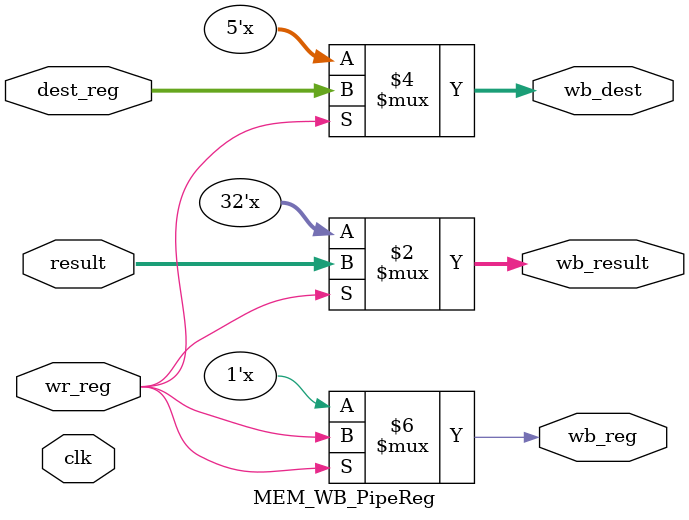
<source format=v>
`timescale 1ns / 1ps

module Processor(
    input clk,
    
    output [31:0] out_insToDecode,
    output out_wr_reg,
    output out_mem_to_reg,
    output out_wr_mem,
    output [3:0] out_alu_op,
    output [4:0] out_dest_reg,
    output [31:0] out_qa,
    output [31:0] out_qb,
    output [31:0] out_imm32
);

    // PC init
    wire [31:0] nextPc;
    wire [31:0] pc;
    Program_Counter programCount(
        // Inputs
        .nextPc ( nextPc ),
        .clk    ( clk    ),
        // Outputs
        .pc     ( pc     )
    );
    
    // IF init
    wire [31:0] IF_pc = pc;
    wire [31:0] IF_nextPc;
    assign nextPc = IF_nextPc;
    wire [31:0] nextIns;

    IF insFetch(
        // Inputs
        .pc         ( IF_pc     ),
        // Outputs
        .nextPc     ( IF_nextPc ),
        .nextIns    ( nextIns   )
    );
    
    // IFIDPipeReg init
    wire [31:0] insToDecode;

    IF_ID_PipeReg IF_ID_Pipe(
        // Inputs
        .nextIns        ( nextIns     ),
        .clk            ( clk         ),
        // Outputs
        .insToDecode    ( insToDecode )
    );
    
    // ID init
    wire wr_reg;
    wire mem_to_reg;
    wire wr_mem;
    wire alu_imm;
    wire [3:0] alu_op;
    wire [4:0] dest_reg;
    wire [31:0] qa;
    wire [31:0] qb;
    wire [31:0] imm32;
   
    wire wb_reg;
    wire [4:0] wb_dest;
    wire [31:0] wb_result;

    ID insDecode(
        // Inputs
        .insToDecode    ( insToDecode   ),
        .wb_reg         ( wb_reg        ),
        .wb_dest        ( wb_dest       ),
        .wb_result      ( wb_result     ),
        // Outputs
        .wr_reg         ( wr_reg        ),
        .mem_to_reg     ( mem_to_reg    ),
        .wr_mem         ( wr_mem        ),
        .alu_op         ( alu_op        ),
        .alu_imm        ( alu_imm       ),
        .dest_reg       ( dest_reg      ),
        .qa             ( qa            ),
        .qb             ( qb            ),
        .imm32          ( imm32         )
    );
    
    // IDEXEPipeReg init
    wire ewr_reg;
    wire emem_to_reg;
    wire ewr_mem;
    wire ealu_imm;
    wire [3:0] ealu_op;
    wire [4:0] edest_reg;
    wire [31:0] eqa;
    wire [31:0] eqb;
    wire [31:0] eimm32;

    ID_EXE_PipeReg ID_EXE_Pipe(
        // Inputs
        .clk            ( clk         ),
        .wr_reg         ( wr_reg      ),
        .mem_to_reg     ( mem_to_reg  ),
        .wr_mem         ( wr_mem      ),
        .alu_op         ( alu_op      ),
        .alu_imm        ( alu_imm     ),
        .dest_reg       ( dest_reg    ),
        .qa             ( qa          ),
        .qb             ( qb          ),
        .imm32          ( imm32       ),
        // Outputs
        .ewr_reg        ( ewr_reg     ),
        .emem_to_reg    ( emem_to_reg ),
        .ewr_mem        ( ewr_mem     ),
        .ealu_op        ( ealu_op     ),
        .ealu_imm       ( ealu_imm    ),
        .edest_reg      ( edest_reg   ),
        .eqa            ( eqa         ),
        .eqb            ( eqb         ),
        .eimm32         ( eimm32      )
    );

    // Makeshift ALU until implemented
    reg [31:0] aluResult;
    always@(*)begin
        if(ealu_op == 4'b0010)begin
            if(ealu_imm == 1'b1)begin
                aluResult = eqa + eimm32;
            end
            else begin
                aluResult = eqa + eqb;
            end
        end
    end

    // Makeshift DataMem until implemented
    reg [31:0] data_memory [0:9];
    initial begin
        data_memory[0] <= 32'hA00000AA;
        data_memory[1] <= 32'h10000011;
        data_memory[2] <= 32'h20000022;
        data_memory[3] <= 32'h30000033;
        data_memory[4] <= 32'h40000044;
        data_memory[5] <= 32'h50000055;
        data_memory[6] <= 32'h60000066;
        data_memory[7] <= 32'h70000077;
        data_memory[8] <= 32'h80000088;
        data_memory[9] <= 32'h90000099;
    end

    // Makeshift WB until implemented, should be the memory versions of these vars not the exe versions.
    reg [31:0] result;
    always@(*)begin
        if(mem_to_reg)begin
            // We chop off the last two bits bc data memory is word addressed and aluResult is byte addressed
            result = data_memory[aluResult[31:2]];
        end
        else begin
            result = aluResult;
        end
    end

    MEM_WB_PipeReg MEM_WB_Pipe(
        // Inputs
        .clk        ( clk       ),
        .wr_reg     ( ewr_reg   ),
        .dest_reg   ( edest_reg ),
        .result     ( result    ),
        // Outputss
        .wb_reg     ( wb_reg    ),
        .wb_dest    ( wb_dest   ),
        .wb_result  ( wb_result )
    );
    
    assign out_insToDecode = insToDecode;
    assign out_wr_reg = ewr_reg;
    assign out_mem_to_reg = emem_to_reg;
    assign out_wr_mem = ewr_mem;
    assign out_alu_op = ealu_op;
    assign out_dest_reg = edest_reg;
    assign out_qa = eqa;
    assign out_qb = eqb;
    assign out_imm32 = eimm32;

endmodule

// Sequential - Updates the pc at the start of every new cycle
module Program_Counter(
    input [31:0] nextPc,
    input clk,
    output reg [31:0] pc
);

    always@(posedge clk)begin
        pc <= nextPc;
    end

endmodule

// Sequential - Stores and passes necessary values from IF to ID at the start of each cycle
module IF_ID_PipeReg(
    input [31:0] nextIns,
    input clk,

    output reg [31:0] insToDecode
);

    always@(posedge clk)begin
        insToDecode <= nextIns;
    end

endmodule

// Sequential - Stores and passes necessary values from ID to EXE at the start of each cycle
module ID_EXE_PipeReg(
    input clk,
    input wr_reg,
    input mem_to_reg,
    input wr_mem,
    input alu_imm,
    input [3:0] alu_op,
    input [4:0] dest_reg,
    input [31:0] qa,
    input [31:0] qb,
    input [31:0] imm32,

    output reg ewr_reg,
    output reg emem_to_reg,
    output reg ewr_mem,
    output reg ealu_imm,
    output reg [3:0] ealu_op,
    output reg [4:0] edest_reg,
    output reg [31:0] eqa,
    output reg [31:0] eqb,
    output reg [31:0] eimm32
);

    always@(posedge clk)begin
        ewr_reg <= wr_reg;
        emem_to_reg <= mem_to_reg;
        ewr_mem <= wr_mem;
        ealu_imm <= alu_imm;
        ealu_op <= alu_op;
        edest_reg <= dest_reg;
        eqa <= qa;
        eqb <= qb;
        eimm32 <= imm32;
    end

endmodule

// Sequential - Stores and passes necessary values from MEM to WB and updates at the start of each cycle (unfinished & makeshift)
module MEM_WB_PipeReg(
    input clk,
    input wr_reg,
    input [4:0] dest_reg,
    input [31:0] result,

    output reg wb_reg,
    output reg [4:0] wb_dest,
    output reg [31:0] wb_result
);
    // Temporarily set to when result changes even though this should be on clk just to give mem enough time to finish.
    always@(*)begin
        if(wr_reg)begin
            wb_reg <= wr_reg;
            wb_dest <= dest_reg;
            wb_result <= result;
        end
    end

endmodule
</source>
